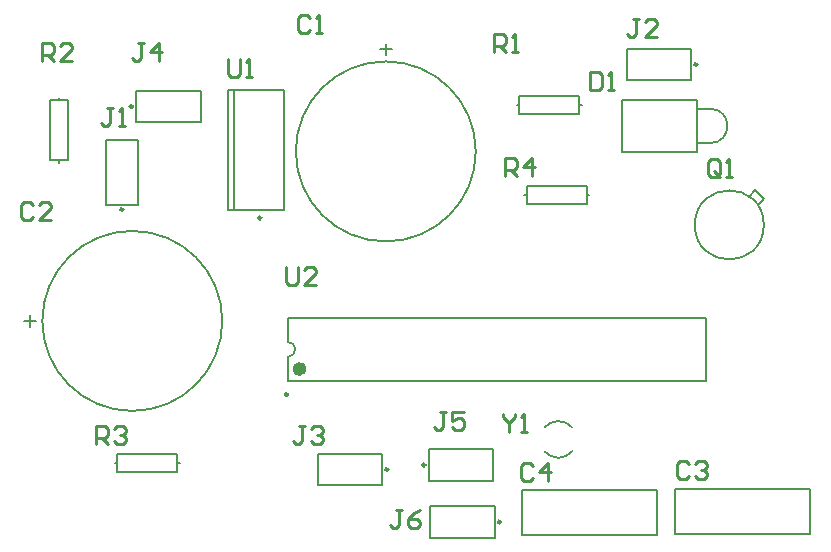
<source format=gto>
%TF.GenerationSoftware,Altium Limited,Altium Designer,23.3.1 (30)*%
G04 Layer_Color=65535*
%FSLAX25Y25*%
%MOIN*%
%TF.SameCoordinates,3F8D0E0F-F656-4E3B-87BE-8AFF8012C70A*%
%TF.FilePolarity,Positive*%
%TF.FileFunction,Legend,Top*%
%TF.Part,Single*%
G01*
G75*
%TA.AperFunction,NonConductor*%
%ADD36C,0.00787*%
%ADD37C,0.00984*%
%ADD38C,0.00591*%
%ADD39C,0.00500*%
%ADD40C,0.02362*%
%ADD41C,0.01000*%
D36*
X325452Y313976D02*
G03*
X334682Y314040I4588J4024D01*
G01*
X334643Y321960D02*
G03*
X325413Y322024I-4643J-3960D01*
G01*
X302500Y414000D02*
G03*
X302500Y414000I-30000J0D01*
G01*
X218000Y357500D02*
G03*
X218000Y357500I-30000J0D01*
G01*
X239815Y345500D02*
G03*
X239815Y350500I0J2500D01*
G01*
X308748Y285244D02*
Y295756D01*
X287252D02*
X308748D01*
X287252Y285244D02*
Y295756D01*
Y285244D02*
X308748D01*
X363000Y286000D02*
Y301000D01*
X318000Y286000D02*
X363000D01*
X318000D02*
Y301000D01*
X363000D01*
X286752Y304244D02*
Y314756D01*
Y304244D02*
X308248D01*
Y314756D01*
X286752D02*
X308248D01*
X271248Y302744D02*
Y313256D01*
X249752D02*
X271248D01*
X249752Y302744D02*
Y313256D01*
Y302744D02*
X271248D01*
X163500Y411000D02*
X166500D01*
Y431000D01*
X160500D02*
X166500D01*
X160500Y411000D02*
Y431000D01*
Y411000D02*
X163500D01*
Y431000D02*
Y431900D01*
Y410100D02*
Y411000D01*
X189252Y423744D02*
Y434256D01*
Y423744D02*
X210748D01*
Y434256D01*
X189252D02*
X210748D01*
X179244Y396252D02*
X189756D01*
Y417748D01*
X179244D02*
X189756D01*
X179244Y396252D02*
Y417748D01*
X393531Y398953D02*
X395557Y400980D01*
X396453Y396031D02*
X398480Y398058D01*
X395557Y400980D02*
X398480Y398058D01*
X337000Y429500D02*
Y432500D01*
X317000D02*
X337000D01*
X317000Y426500D02*
Y432500D01*
Y426500D02*
X337000D01*
Y429500D01*
X316100D02*
X317000D01*
X337000D02*
X337900D01*
X239815Y337567D02*
X379185D01*
X239815Y358433D02*
X379185D01*
X239815Y337567D02*
Y345500D01*
Y350500D02*
Y358433D01*
X379185Y337567D02*
Y358433D01*
X220028Y394421D02*
X238531D01*
X220028Y434579D02*
X238531D01*
Y394421D02*
Y434579D01*
X220028Y394421D02*
Y434579D01*
X221996Y394421D02*
Y434579D01*
X339500Y399500D02*
X340400D01*
X318600D02*
X319500D01*
X339500Y396500D02*
Y399500D01*
X319500Y396500D02*
X339500D01*
X319500D02*
Y402500D01*
X339500D01*
Y399500D02*
Y402500D01*
X182100Y310000D02*
X183000D01*
X203000D02*
X203900D01*
X183000D02*
Y313000D01*
X203000D01*
Y307000D02*
Y313000D01*
X183000Y307000D02*
X203000D01*
X183000D02*
Y310000D01*
X352752Y437744D02*
X374248D01*
X352752D02*
Y448256D01*
X374248D01*
Y437744D02*
Y448256D01*
X369000Y301500D02*
X414000D01*
X369000Y286500D02*
Y301500D01*
Y286500D02*
X414000D01*
Y301500D01*
D37*
X310795Y290500D02*
G03*
X310795Y290500I-492J0D01*
G01*
X285689Y309500D02*
G03*
X285689Y309500I-492J0D01*
G01*
X273295Y308000D02*
G03*
X273295Y308000I-492J0D01*
G01*
X188189Y429000D02*
G03*
X188189Y429000I-492J0D01*
G01*
X184992Y394697D02*
G03*
X184992Y394697I-492J0D01*
G01*
X239874Y333000D02*
G03*
X239874Y333000I-492J0D01*
G01*
X230992Y391862D02*
G03*
X230992Y391862I-492J0D01*
G01*
X376295Y443000D02*
G03*
X376295Y443000I-492J0D01*
G01*
D38*
X398496Y389500D02*
G03*
X398496Y389500I-11496J0D01*
G01*
X272449Y446015D02*
Y449951D01*
X270481Y447983D02*
X274417D01*
X155985Y357449D02*
X152049D01*
X154017Y355481D02*
Y359417D01*
D39*
X380654Y416791D02*
G03*
X380654Y428209I0J5709D01*
G01*
X351126Y413839D02*
Y431161D01*
X376323D01*
Y413839D02*
Y431161D01*
X351126Y413839D02*
X376323D01*
Y428209D02*
X380654D01*
X376323Y416791D02*
X380654D01*
D40*
X244933Y341504D02*
G03*
X244933Y341504I-1181J0D01*
G01*
D41*
X311501Y326499D02*
Y325499D01*
X313501Y323500D01*
X315500Y325499D01*
Y326499D01*
X313501Y323500D02*
Y320501D01*
X317499D02*
X319499D01*
X318499D01*
Y326499D01*
X317499Y325499D01*
X239400Y375398D02*
Y370400D01*
X240400Y369400D01*
X242399D01*
X243399Y370400D01*
Y375398D01*
X249397Y369400D02*
X245398D01*
X249397Y373399D01*
Y374398D01*
X248397Y375398D01*
X246398D01*
X245398Y374398D01*
X219900Y444698D02*
Y439700D01*
X220900Y438700D01*
X222899D01*
X223899Y439700D01*
Y444698D01*
X225898Y438700D02*
X227897D01*
X226898D01*
Y444698D01*
X225898Y443698D01*
X312300Y405900D02*
Y411898D01*
X315299D01*
X316299Y410898D01*
Y408899D01*
X315299Y407899D01*
X312300D01*
X314299D02*
X316299Y405900D01*
X321297D02*
Y411898D01*
X318298Y408899D01*
X322297D01*
X175800Y316400D02*
Y322398D01*
X178799D01*
X179799Y321398D01*
Y319399D01*
X178799Y318399D01*
X175800D01*
X177799D02*
X179799Y316400D01*
X181798Y321398D02*
X182798Y322398D01*
X184797D01*
X185797Y321398D01*
Y320399D01*
X184797Y319399D01*
X183797D01*
X184797D01*
X185797Y318399D01*
Y317400D01*
X184797Y316400D01*
X182798D01*
X181798Y317400D01*
X158002Y444001D02*
Y449999D01*
X161001D01*
X162000Y448999D01*
Y447000D01*
X161001Y446000D01*
X158002D01*
X160001D02*
X162000Y444001D01*
X167998D02*
X164000D01*
X167998Y448000D01*
Y448999D01*
X166999Y449999D01*
X164999D01*
X164000Y448999D01*
X308501Y447001D02*
Y452999D01*
X311500D01*
X312500Y451999D01*
Y450000D01*
X311500Y449000D01*
X308501D01*
X310501D02*
X312500Y447001D01*
X314499D02*
X316499D01*
X315499D01*
Y452999D01*
X314499Y451999D01*
X384000Y406501D02*
Y410499D01*
X383000Y411499D01*
X381001D01*
X380001Y410499D01*
Y406501D01*
X381001Y405501D01*
X383000D01*
X382001Y407500D02*
X384000Y405501D01*
X383000D02*
X384000Y406501D01*
X385999Y405501D02*
X387999D01*
X386999D01*
Y411499D01*
X385999Y410499D01*
X278000Y294499D02*
X276001D01*
X277001D01*
Y289501D01*
X276001Y288501D01*
X275001D01*
X274002Y289501D01*
X283998Y294499D02*
X281999Y293499D01*
X280000Y291500D01*
Y289501D01*
X280999Y288501D01*
X282999D01*
X283998Y289501D01*
Y290500D01*
X282999Y291500D01*
X280000D01*
X292500Y326999D02*
X290501D01*
X291501D01*
Y322001D01*
X290501Y321001D01*
X289501D01*
X288502Y322001D01*
X298498Y326999D02*
X294500D01*
Y324000D01*
X296499Y325000D01*
X297499D01*
X298498Y324000D01*
Y322001D01*
X297499Y321001D01*
X295499D01*
X294500Y322001D01*
X192000Y449999D02*
X190001D01*
X191001D01*
Y445001D01*
X190001Y444001D01*
X189001D01*
X188002Y445001D01*
X196999Y444001D02*
Y449999D01*
X194000Y447000D01*
X197998D01*
X245500Y322499D02*
X243501D01*
X244501D01*
Y317501D01*
X243501Y316501D01*
X242501D01*
X241502Y317501D01*
X247500Y321499D02*
X248499Y322499D01*
X250499D01*
X251498Y321499D01*
Y320500D01*
X250499Y319500D01*
X249499D01*
X250499D01*
X251498Y318500D01*
Y317501D01*
X250499Y316501D01*
X248499D01*
X247500Y317501D01*
X356999Y457998D02*
X354999D01*
X355999D01*
Y453000D01*
X354999Y452000D01*
X354000D01*
X353000Y453000D01*
X362997Y452000D02*
X358998D01*
X362997Y455999D01*
Y456998D01*
X361997Y457998D01*
X359998D01*
X358998Y456998D01*
X181500Y428499D02*
X179501D01*
X180500D01*
Y423501D01*
X179501Y422501D01*
X178501D01*
X177501Y423501D01*
X183499Y422501D02*
X185499D01*
X184499D01*
Y428499D01*
X183499Y427499D01*
X340501Y440499D02*
Y434501D01*
X343500D01*
X344500Y435501D01*
Y439499D01*
X343500Y440499D01*
X340501D01*
X346499Y434501D02*
X348499D01*
X347499D01*
Y440499D01*
X346499Y439499D01*
X321500Y308999D02*
X320501Y309999D01*
X318501D01*
X317502Y308999D01*
Y305001D01*
X318501Y304001D01*
X320501D01*
X321500Y305001D01*
X326499Y304001D02*
Y309999D01*
X323500Y307000D01*
X327498D01*
X373599Y309898D02*
X372599Y310898D01*
X370600D01*
X369600Y309898D01*
Y305900D01*
X370600Y304900D01*
X372599D01*
X373599Y305900D01*
X375598Y309898D02*
X376598Y310898D01*
X378597D01*
X379597Y309898D01*
Y308899D01*
X378597Y307899D01*
X377597D01*
X378597D01*
X379597Y306899D01*
Y305900D01*
X378597Y304900D01*
X376598D01*
X375598Y305900D01*
X155000Y395999D02*
X154001Y396999D01*
X152001D01*
X151002Y395999D01*
Y392001D01*
X152001Y391001D01*
X154001D01*
X155000Y392001D01*
X160998Y391001D02*
X157000D01*
X160998Y395000D01*
Y395999D01*
X159999Y396999D01*
X157999D01*
X157000Y395999D01*
X247099Y458498D02*
X246099Y459498D01*
X244100D01*
X243100Y458498D01*
Y454500D01*
X244100Y453500D01*
X246099D01*
X247099Y454500D01*
X249098Y453500D02*
X251097D01*
X250098D01*
Y459498D01*
X249098Y458498D01*
%TF.MD5,ceabe1b2644f90ca47a29a732d03a71f*%
M02*

</source>
